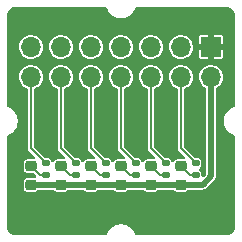
<source format=gbr>
%TF.GenerationSoftware,KiCad,Pcbnew,6.0.7+dfsg-1~bpo11+1*%
%TF.CreationDate,2022-10-07T09:30:16+00:00*%
%TF.ProjectId,0101-INDICATORS,30313031-2d49-44e4-9449-4341544f5253,rev?*%
%TF.SameCoordinates,Original*%
%TF.FileFunction,Copper,L1,Top*%
%TF.FilePolarity,Positive*%
%FSLAX46Y46*%
G04 Gerber Fmt 4.6, Leading zero omitted, Abs format (unit mm)*
G04 Created by KiCad (PCBNEW 6.0.7+dfsg-1~bpo11+1) date 2022-10-07 09:30:16*
%MOMM*%
%LPD*%
G01*
G04 APERTURE LIST*
G04 Aperture macros list*
%AMRoundRect*
0 Rectangle with rounded corners*
0 $1 Rounding radius*
0 $2 $3 $4 $5 $6 $7 $8 $9 X,Y pos of 4 corners*
0 Add a 4 corners polygon primitive as box body*
4,1,4,$2,$3,$4,$5,$6,$7,$8,$9,$2,$3,0*
0 Add four circle primitives for the rounded corners*
1,1,$1+$1,$2,$3*
1,1,$1+$1,$4,$5*
1,1,$1+$1,$6,$7*
1,1,$1+$1,$8,$9*
0 Add four rect primitives between the rounded corners*
20,1,$1+$1,$2,$3,$4,$5,0*
20,1,$1+$1,$4,$5,$6,$7,0*
20,1,$1+$1,$6,$7,$8,$9,0*
20,1,$1+$1,$8,$9,$2,$3,0*%
G04 Aperture macros list end*
%TA.AperFunction,SMDPad,CuDef*%
%ADD10RoundRect,0.135000X0.185000X-0.135000X0.185000X0.135000X-0.185000X0.135000X-0.185000X-0.135000X0*%
%TD*%
%TA.AperFunction,SMDPad,CuDef*%
%ADD11RoundRect,0.218750X-0.256250X0.218750X-0.256250X-0.218750X0.256250X-0.218750X0.256250X0.218750X0*%
%TD*%
%TA.AperFunction,ComponentPad*%
%ADD12R,1.700000X1.700000*%
%TD*%
%TA.AperFunction,ComponentPad*%
%ADD13O,1.700000X1.700000*%
%TD*%
%TA.AperFunction,ViaPad*%
%ADD14C,0.500000*%
%TD*%
%TA.AperFunction,Conductor*%
%ADD15C,0.200000*%
%TD*%
%TA.AperFunction,Conductor*%
%ADD16C,0.500000*%
%TD*%
G04 APERTURE END LIST*
D10*
%TO.P,R3,1*%
%TO.N,Net-(D3-Pad1)*%
X8530000Y5195000D03*
%TO.P,R3,2*%
%TO.N,/LED3*%
X8530000Y6215000D03*
%TD*%
%TO.P,R6,1*%
%TO.N,Net-(D6-Pad1)*%
X16150000Y5195000D03*
%TO.P,R6,2*%
%TO.N,/LED6*%
X16150000Y6215000D03*
%TD*%
%TO.P,R4,1*%
%TO.N,Net-(D4-Pad1)*%
X11070000Y5195000D03*
%TO.P,R4,2*%
%TO.N,/LED4*%
X11070000Y6215000D03*
%TD*%
D11*
%TO.P,D5,1,K*%
%TO.N,Net-(D5-Pad1)*%
X12340000Y5982500D03*
%TO.P,D5,2,A*%
%TO.N,VCC*%
X12340000Y4407500D03*
%TD*%
%TO.P,D3,1,K*%
%TO.N,Net-(D3-Pad1)*%
X7260000Y5982500D03*
%TO.P,D3,2,A*%
%TO.N,VCC*%
X7260000Y4407500D03*
%TD*%
D10*
%TO.P,R2,1*%
%TO.N,Net-(D2-Pad1)*%
X5990000Y5195000D03*
%TO.P,R2,2*%
%TO.N,/LED2*%
X5990000Y6215000D03*
%TD*%
%TO.P,R5,1*%
%TO.N,Net-(D5-Pad1)*%
X13610000Y5195000D03*
%TO.P,R5,2*%
%TO.N,/LED5*%
X13610000Y6215000D03*
%TD*%
%TO.P,R1,1*%
%TO.N,Net-(D1-Pad1)*%
X3450000Y5195000D03*
%TO.P,R1,2*%
%TO.N,/LED1*%
X3450000Y6215000D03*
%TD*%
D11*
%TO.P,D6,1,K*%
%TO.N,Net-(D6-Pad1)*%
X14880000Y5982500D03*
%TO.P,D6,2,A*%
%TO.N,VCC*%
X14880000Y4407500D03*
%TD*%
%TO.P,D2,1,K*%
%TO.N,Net-(D2-Pad1)*%
X4720000Y5982500D03*
%TO.P,D2,2,A*%
%TO.N,VCC*%
X4720000Y4407500D03*
%TD*%
D12*
%TO.P,J1,1,Pin_1*%
%TO.N,GND*%
X17425000Y16075000D03*
D13*
%TO.P,J1,2,Pin_2*%
%TO.N,VCC*%
X17425000Y13535000D03*
%TO.P,J1,3,Pin_3*%
%TO.N,/LED6*%
X14885000Y16075000D03*
%TO.P,J1,4,Pin_4*%
X14885000Y13535000D03*
%TO.P,J1,5,Pin_5*%
%TO.N,/LED5*%
X12345000Y16075000D03*
%TO.P,J1,6,Pin_6*%
X12345000Y13535000D03*
%TO.P,J1,7,Pin_7*%
%TO.N,/LED4*%
X9805000Y16075000D03*
%TO.P,J1,8,Pin_8*%
X9805000Y13535000D03*
%TO.P,J1,9,Pin_9*%
%TO.N,/LED3*%
X7265000Y16075000D03*
%TO.P,J1,10,Pin_10*%
X7265000Y13535000D03*
%TO.P,J1,11,Pin_11*%
%TO.N,/LED2*%
X4725000Y16075000D03*
%TO.P,J1,12,Pin_12*%
X4725000Y13535000D03*
%TO.P,J1,13,Pin_13*%
%TO.N,/LED1*%
X2185000Y16075000D03*
%TO.P,J1,14,Pin_14*%
X2185000Y13535000D03*
%TD*%
D11*
%TO.P,D1,1,K*%
%TO.N,Net-(D1-Pad1)*%
X2180000Y5982500D03*
%TO.P,D1,2,A*%
%TO.N,VCC*%
X2180000Y4407500D03*
%TD*%
%TO.P,D4,1,K*%
%TO.N,Net-(D4-Pad1)*%
X9800000Y5982500D03*
%TO.P,D4,2,A*%
%TO.N,VCC*%
X9800000Y4407500D03*
%TD*%
D14*
%TO.N,GND*%
X910000Y7735000D03*
X11070000Y7735000D03*
X8530000Y7735000D03*
X8530000Y9640000D03*
X3450000Y7735000D03*
X16150000Y7735000D03*
X13610000Y9640000D03*
X5990000Y9640000D03*
X5990000Y7735000D03*
X18690000Y7735000D03*
X11070000Y9640000D03*
X16150000Y9132000D03*
X13610000Y7735000D03*
X3450000Y9132000D03*
%TD*%
D15*
%TO.N,Net-(D1-Pad1)*%
X2967500Y5195000D02*
X2180000Y5982500D01*
X3450000Y5195000D02*
X2967500Y5195000D01*
D16*
%TO.N,VCC*%
X2180000Y4407500D02*
X16707500Y4407500D01*
X17425000Y5125000D02*
X17425000Y13535000D01*
X16707500Y4407500D02*
X17425000Y5125000D01*
D15*
%TO.N,Net-(D2-Pad1)*%
X5507500Y5195000D02*
X4720000Y5982500D01*
X5990000Y5195000D02*
X5507500Y5195000D01*
%TO.N,Net-(D3-Pad1)*%
X8530000Y5195000D02*
X8047500Y5195000D01*
X8047500Y5195000D02*
X7260000Y5982500D01*
%TO.N,Net-(D4-Pad1)*%
X10587500Y5195000D02*
X9800000Y5982500D01*
X11070000Y5195000D02*
X10587500Y5195000D01*
%TO.N,Net-(D5-Pad1)*%
X13610000Y5195000D02*
X13127500Y5195000D01*
X13127500Y5195000D02*
X12340000Y5982500D01*
%TO.N,Net-(D6-Pad1)*%
X16150000Y5195000D02*
X15667500Y5195000D01*
X15667500Y5195000D02*
X14880000Y5982500D01*
%TO.N,/LED1*%
X2185000Y13535000D02*
X2185000Y7480000D01*
X2185000Y7480000D02*
X3450000Y6215000D01*
%TO.N,/LED2*%
X4725000Y7480000D02*
X5990000Y6215000D01*
X4725000Y13535000D02*
X4725000Y7480000D01*
%TO.N,/LED3*%
X7265000Y7480000D02*
X8530000Y6215000D01*
X7265000Y13535000D02*
X7265000Y7480000D01*
%TO.N,/LED4*%
X9805000Y7480000D02*
X11070000Y6215000D01*
X9805000Y13535000D02*
X9805000Y7480000D01*
%TO.N,/LED5*%
X12345000Y7480000D02*
X13610000Y6215000D01*
X12345000Y13535000D02*
X12345000Y7480000D01*
%TO.N,/LED6*%
X14885000Y7480000D02*
X16150000Y6215000D01*
X14885000Y13535000D02*
X14885000Y7480000D01*
%TD*%
%TA.AperFunction,Conductor*%
%TO.N,GND*%
G36*
X8553332Y19429498D02*
G01*
X8599825Y19375842D01*
X8601115Y19372667D01*
X8601476Y19371320D01*
X8687324Y19181795D01*
X8690190Y19177505D01*
X8746090Y19093828D01*
X8802901Y19008786D01*
X8945119Y18856918D01*
X9110178Y18730247D01*
X9293668Y18632159D01*
X9298545Y18630503D01*
X9298548Y18630502D01*
X9485802Y18566931D01*
X9490686Y18565273D01*
X9695969Y18531377D01*
X9904031Y18531377D01*
X10109314Y18565273D01*
X10114198Y18566931D01*
X10301452Y18630502D01*
X10301455Y18630503D01*
X10306332Y18632159D01*
X10489822Y18730247D01*
X10654881Y18856918D01*
X10797099Y19008786D01*
X10853911Y19093828D01*
X10909810Y19177505D01*
X10912676Y19181795D01*
X10963341Y19293646D01*
X10998524Y19371320D01*
X10999686Y19370793D01*
X11037922Y19423337D01*
X11104100Y19449046D01*
X11114789Y19449500D01*
X18763598Y19449500D01*
X18771315Y19448484D01*
X18783978Y19448484D01*
X18800000Y19444191D01*
X18813583Y19447830D01*
X18816043Y19447692D01*
X18930420Y19434805D01*
X18957928Y19428526D01*
X19068407Y19389868D01*
X19093820Y19377631D01*
X19192943Y19315349D01*
X19214998Y19297759D01*
X19297759Y19214998D01*
X19315349Y19192943D01*
X19377631Y19093820D01*
X19389868Y19068407D01*
X19428526Y18957928D01*
X19434805Y18930420D01*
X19447692Y18816043D01*
X19447830Y18813583D01*
X19444191Y18800000D01*
X19448484Y18783978D01*
X19448484Y18771315D01*
X19449500Y18763598D01*
X19449500Y11114789D01*
X19429498Y11046668D01*
X19375842Y11000175D01*
X19372667Y10998885D01*
X19371320Y10998524D01*
X19181795Y10912676D01*
X19177505Y10909810D01*
X19013074Y10799964D01*
X19013070Y10799961D01*
X19008786Y10797099D01*
X18856918Y10654881D01*
X18730247Y10489822D01*
X18632159Y10306332D01*
X18630503Y10301455D01*
X18630502Y10301452D01*
X18566931Y10114198D01*
X18565273Y10109314D01*
X18531377Y9904031D01*
X18531377Y9695969D01*
X18565273Y9490686D01*
X18566931Y9485803D01*
X18566931Y9485802D01*
X18607160Y9367306D01*
X18632159Y9293668D01*
X18730247Y9110178D01*
X18856918Y8945119D01*
X19008786Y8802901D01*
X19013070Y8800039D01*
X19013074Y8800036D01*
X19084217Y8752510D01*
X19181795Y8687324D01*
X19186495Y8685195D01*
X19186497Y8685194D01*
X19371320Y8601476D01*
X19370793Y8600314D01*
X19423337Y8562078D01*
X19449046Y8495900D01*
X19449500Y8485211D01*
X19449500Y836402D01*
X19448484Y828685D01*
X19448484Y816022D01*
X19444191Y800000D01*
X19447830Y786417D01*
X19447692Y783957D01*
X19434805Y669580D01*
X19428526Y642072D01*
X19389868Y531593D01*
X19377631Y506180D01*
X19315349Y407057D01*
X19297759Y385002D01*
X19214998Y302241D01*
X19192943Y284651D01*
X19093820Y222369D01*
X19068407Y210132D01*
X18957928Y171474D01*
X18930420Y165195D01*
X18816043Y152308D01*
X18813583Y152170D01*
X18800000Y155809D01*
X18783978Y151516D01*
X18771315Y151516D01*
X18763598Y150500D01*
X11114789Y150500D01*
X11046668Y170502D01*
X11000175Y224158D01*
X10998885Y227333D01*
X10998524Y228680D01*
X10912676Y418205D01*
X10888477Y454429D01*
X10799964Y586926D01*
X10799961Y586930D01*
X10797099Y591214D01*
X10654881Y743082D01*
X10489822Y869753D01*
X10306332Y967841D01*
X10301455Y969497D01*
X10301452Y969498D01*
X10114198Y1033069D01*
X10114197Y1033069D01*
X10109314Y1034727D01*
X9904031Y1068623D01*
X9695969Y1068623D01*
X9490686Y1034727D01*
X9485803Y1033069D01*
X9485802Y1033069D01*
X9298548Y969498D01*
X9298545Y969497D01*
X9293668Y967841D01*
X9110178Y869753D01*
X8945119Y743082D01*
X8802901Y591214D01*
X8800039Y586930D01*
X8800036Y586926D01*
X8711523Y454429D01*
X8687324Y418205D01*
X8685195Y413505D01*
X8685194Y413503D01*
X8634796Y302241D01*
X8601476Y228680D01*
X8600314Y229207D01*
X8562078Y176663D01*
X8495900Y150954D01*
X8485211Y150500D01*
X836402Y150500D01*
X828685Y151516D01*
X816022Y151516D01*
X800000Y155809D01*
X786417Y152170D01*
X783957Y152308D01*
X669580Y165195D01*
X642072Y171474D01*
X531593Y210132D01*
X506180Y222369D01*
X407057Y284651D01*
X385002Y302241D01*
X302241Y385002D01*
X284651Y407057D01*
X222369Y506180D01*
X210132Y531593D01*
X171474Y642072D01*
X165195Y669580D01*
X152308Y783957D01*
X152170Y786417D01*
X155809Y800000D01*
X151516Y816022D01*
X151516Y828685D01*
X150500Y836402D01*
X150500Y8485211D01*
X170502Y8553332D01*
X224158Y8599825D01*
X227333Y8601115D01*
X228680Y8601476D01*
X418205Y8687324D01*
X515783Y8752510D01*
X586926Y8800036D01*
X586930Y8800039D01*
X591214Y8802901D01*
X743082Y8945119D01*
X869753Y9110178D01*
X967841Y9293668D01*
X992841Y9367306D01*
X1033069Y9485802D01*
X1033069Y9485803D01*
X1034727Y9490686D01*
X1068623Y9695969D01*
X1068623Y9904031D01*
X1034727Y10109314D01*
X1033069Y10114198D01*
X969498Y10301452D01*
X969497Y10301455D01*
X967841Y10306332D01*
X869753Y10489822D01*
X743082Y10654881D01*
X591214Y10797099D01*
X586930Y10799961D01*
X586926Y10799964D01*
X422495Y10909810D01*
X418205Y10912676D01*
X384660Y10927871D01*
X228680Y10998524D01*
X229207Y10999686D01*
X176663Y11037922D01*
X150954Y11104100D01*
X150500Y11114789D01*
X150500Y13549037D01*
X1179757Y13549037D01*
X1196175Y13353517D01*
X1250258Y13164909D01*
X1253076Y13159426D01*
X1337123Y12995887D01*
X1337126Y12995883D01*
X1339944Y12990399D01*
X1461818Y12836631D01*
X1611238Y12709465D01*
X1616616Y12706459D01*
X1616618Y12706458D01*
X1652932Y12686163D01*
X1782513Y12613743D01*
X1847438Y12592647D01*
X1906042Y12552574D01*
X1933679Y12487178D01*
X1934500Y12472815D01*
X1934500Y7517085D01*
X1932079Y7492504D01*
X1929592Y7480000D01*
X1949034Y7382259D01*
X1968943Y7352464D01*
X2004399Y7299399D01*
X2014714Y7292507D01*
X2014716Y7292505D01*
X2015005Y7292312D01*
X2034098Y7276642D01*
X2525145Y6785595D01*
X2559171Y6723283D01*
X2554106Y6652468D01*
X2511559Y6595632D01*
X2445039Y6570821D01*
X2436050Y6570500D01*
X1956176Y6570499D01*
X1888750Y6570499D01*
X1862290Y6566604D01*
X1825862Y6561243D01*
X1825861Y6561243D01*
X1816175Y6559817D01*
X1807387Y6555502D01*
X1807386Y6555502D01*
X1759994Y6532233D01*
X1705829Y6505639D01*
X1698476Y6498273D01*
X1698473Y6498271D01*
X1626337Y6426009D01*
X1618981Y6418640D01*
X1604340Y6388688D01*
X1575110Y6328889D01*
X1564996Y6308199D01*
X1554500Y6236251D01*
X1554501Y5728750D01*
X1565183Y5656175D01*
X1569498Y5647387D01*
X1569498Y5647386D01*
X1575284Y5635601D01*
X1619361Y5545829D01*
X1626727Y5538476D01*
X1626729Y5538473D01*
X1698991Y5466337D01*
X1706360Y5458981D01*
X1816801Y5404996D01*
X1826476Y5403585D01*
X1826478Y5403584D01*
X1884222Y5395160D01*
X1884228Y5395160D01*
X1888749Y5394500D01*
X1931044Y5394500D01*
X2361549Y5394501D01*
X2429670Y5374499D01*
X2450644Y5357596D01*
X2602454Y5205786D01*
X2636480Y5143474D01*
X2631415Y5072659D01*
X2588868Y5015823D01*
X2522348Y4991012D01*
X2495175Y4992010D01*
X2471251Y4995500D01*
X2181111Y4995500D01*
X1888750Y4995499D01*
X1873015Y4993183D01*
X1825862Y4986243D01*
X1825861Y4986243D01*
X1816175Y4984817D01*
X1807387Y4980502D01*
X1807386Y4980502D01*
X1804211Y4978943D01*
X1705829Y4930639D01*
X1698476Y4923273D01*
X1698473Y4923271D01*
X1626337Y4851009D01*
X1618981Y4843640D01*
X1564996Y4733199D01*
X1554500Y4661251D01*
X1554501Y4153750D01*
X1555172Y4149192D01*
X1562116Y4102016D01*
X1565183Y4081175D01*
X1619361Y3970829D01*
X1626727Y3963476D01*
X1626729Y3963473D01*
X1698991Y3891337D01*
X1706360Y3883981D01*
X1772584Y3851610D01*
X1807591Y3834498D01*
X1816801Y3829996D01*
X1826476Y3828585D01*
X1826478Y3828584D01*
X1884222Y3820160D01*
X1884228Y3820160D01*
X1888749Y3819500D01*
X2178889Y3819500D01*
X2471250Y3819501D01*
X2497710Y3823396D01*
X2534138Y3828757D01*
X2534139Y3828757D01*
X2543825Y3830183D01*
X2552613Y3834498D01*
X2552614Y3834498D01*
X2644826Y3879773D01*
X2654171Y3884361D01*
X2661524Y3891727D01*
X2661527Y3891729D01*
X2716654Y3946953D01*
X2739680Y3970018D01*
X2801962Y4004097D01*
X2828852Y4007000D01*
X4071000Y4007000D01*
X4139121Y3986998D01*
X4160018Y3970173D01*
X4238599Y3891729D01*
X4246360Y3883981D01*
X4312584Y3851610D01*
X4347591Y3834498D01*
X4356801Y3829996D01*
X4366476Y3828585D01*
X4366478Y3828584D01*
X4424222Y3820160D01*
X4424228Y3820160D01*
X4428749Y3819500D01*
X4718889Y3819500D01*
X5011250Y3819501D01*
X5037710Y3823396D01*
X5074138Y3828757D01*
X5074139Y3828757D01*
X5083825Y3830183D01*
X5092613Y3834498D01*
X5092614Y3834498D01*
X5184826Y3879773D01*
X5194171Y3884361D01*
X5201524Y3891727D01*
X5201527Y3891729D01*
X5256654Y3946953D01*
X5279680Y3970018D01*
X5341962Y4004097D01*
X5368852Y4007000D01*
X6611000Y4007000D01*
X6679121Y3986998D01*
X6700018Y3970173D01*
X6778599Y3891729D01*
X6786360Y3883981D01*
X6852584Y3851610D01*
X6887591Y3834498D01*
X6896801Y3829996D01*
X6906476Y3828585D01*
X6906478Y3828584D01*
X6964222Y3820160D01*
X6964228Y3820160D01*
X6968749Y3819500D01*
X7258889Y3819500D01*
X7551250Y3819501D01*
X7577710Y3823396D01*
X7614138Y3828757D01*
X7614139Y3828757D01*
X7623825Y3830183D01*
X7632613Y3834498D01*
X7632614Y3834498D01*
X7724826Y3879773D01*
X7734171Y3884361D01*
X7741524Y3891727D01*
X7741527Y3891729D01*
X7796654Y3946953D01*
X7819680Y3970018D01*
X7881962Y4004097D01*
X7908852Y4007000D01*
X9151000Y4007000D01*
X9219121Y3986998D01*
X9240018Y3970173D01*
X9318599Y3891729D01*
X9326360Y3883981D01*
X9392584Y3851610D01*
X9427591Y3834498D01*
X9436801Y3829996D01*
X9446476Y3828585D01*
X9446478Y3828584D01*
X9504222Y3820160D01*
X9504228Y3820160D01*
X9508749Y3819500D01*
X9798889Y3819500D01*
X10091250Y3819501D01*
X10117710Y3823396D01*
X10154138Y3828757D01*
X10154139Y3828757D01*
X10163825Y3830183D01*
X10172613Y3834498D01*
X10172614Y3834498D01*
X10264826Y3879773D01*
X10274171Y3884361D01*
X10281524Y3891727D01*
X10281527Y3891729D01*
X10336654Y3946953D01*
X10359680Y3970018D01*
X10421962Y4004097D01*
X10448852Y4007000D01*
X11691000Y4007000D01*
X11759121Y3986998D01*
X11780018Y3970173D01*
X11858599Y3891729D01*
X11866360Y3883981D01*
X11932584Y3851610D01*
X11967591Y3834498D01*
X11976801Y3829996D01*
X11986476Y3828585D01*
X11986478Y3828584D01*
X12044222Y3820160D01*
X12044228Y3820160D01*
X12048749Y3819500D01*
X12338889Y3819500D01*
X12631250Y3819501D01*
X12657710Y3823396D01*
X12694138Y3828757D01*
X12694139Y3828757D01*
X12703825Y3830183D01*
X12712613Y3834498D01*
X12712614Y3834498D01*
X12804826Y3879773D01*
X12814171Y3884361D01*
X12821524Y3891727D01*
X12821527Y3891729D01*
X12876654Y3946953D01*
X12899680Y3970018D01*
X12961962Y4004097D01*
X12988852Y4007000D01*
X14231000Y4007000D01*
X14299121Y3986998D01*
X14320018Y3970173D01*
X14398599Y3891729D01*
X14406360Y3883981D01*
X14472584Y3851610D01*
X14507591Y3834498D01*
X14516801Y3829996D01*
X14526476Y3828585D01*
X14526478Y3828584D01*
X14584222Y3820160D01*
X14584228Y3820160D01*
X14588749Y3819500D01*
X14878889Y3819500D01*
X15171250Y3819501D01*
X15197710Y3823396D01*
X15234138Y3828757D01*
X15234139Y3828757D01*
X15243825Y3830183D01*
X15252613Y3834498D01*
X15252614Y3834498D01*
X15344826Y3879773D01*
X15354171Y3884361D01*
X15361524Y3891727D01*
X15361527Y3891729D01*
X15416654Y3946953D01*
X15439680Y3970018D01*
X15501962Y4004097D01*
X15528852Y4007000D01*
X16770933Y4007000D01*
X16780364Y4010064D01*
X16780368Y4010065D01*
X16791853Y4013797D01*
X16811078Y4018413D01*
X16823012Y4020303D01*
X16823013Y4020303D01*
X16832804Y4021854D01*
X16841637Y4026355D01*
X16841641Y4026356D01*
X16852406Y4031841D01*
X16870666Y4039405D01*
X16891590Y4046204D01*
X16909393Y4059139D01*
X16926245Y4069465D01*
X16937002Y4074946D01*
X16945842Y4079450D01*
X16968395Y4102003D01*
X16968410Y4102017D01*
X17730483Y4864091D01*
X17753050Y4886658D01*
X17757763Y4895908D01*
X17763038Y4906259D01*
X17773368Y4923116D01*
X17775403Y4925918D01*
X17786296Y4940910D01*
X17793094Y4961832D01*
X17800658Y4980093D01*
X17806145Y4990861D01*
X17806146Y4990865D01*
X17810646Y4999696D01*
X17812197Y5009485D01*
X17812199Y5009493D01*
X17814089Y5021427D01*
X17818703Y5040647D01*
X17822435Y5052133D01*
X17822436Y5052140D01*
X17825499Y5061567D01*
X17825499Y5093475D01*
X17825500Y5093481D01*
X17825500Y12538843D01*
X17845502Y12606964D01*
X17894688Y12651308D01*
X17963689Y12686163D01*
X18118303Y12806960D01*
X18148084Y12841461D01*
X18242485Y12950827D01*
X18242485Y12950828D01*
X18246509Y12955489D01*
X18343425Y13126091D01*
X18405358Y13312268D01*
X18429949Y13506929D01*
X18430341Y13535000D01*
X18411194Y13730272D01*
X18409413Y13736171D01*
X18409412Y13736176D01*
X18356265Y13912207D01*
X18354484Y13918106D01*
X18262370Y14091347D01*
X18138361Y14243398D01*
X17987180Y14368465D01*
X17814585Y14461787D01*
X17720868Y14490797D01*
X17633039Y14517985D01*
X17633036Y14517986D01*
X17627152Y14519807D01*
X17621027Y14520451D01*
X17621026Y14520451D01*
X17438147Y14539673D01*
X17438146Y14539673D01*
X17432019Y14540317D01*
X17309383Y14529156D01*
X17242759Y14523093D01*
X17242758Y14523093D01*
X17236618Y14522534D01*
X17230704Y14520793D01*
X17230702Y14520793D01*
X17101734Y14482835D01*
X17048393Y14467136D01*
X17042928Y14464279D01*
X16879972Y14379088D01*
X16879968Y14379085D01*
X16874512Y14376233D01*
X16869712Y14372373D01*
X16869711Y14372373D01*
X16835326Y14344727D01*
X16721600Y14253289D01*
X16595480Y14102984D01*
X16592516Y14097592D01*
X16592513Y14097588D01*
X16513813Y13954433D01*
X16500956Y13931046D01*
X16441628Y13744022D01*
X16419757Y13549037D01*
X16436175Y13353517D01*
X16490258Y13164909D01*
X16493076Y13159426D01*
X16577123Y12995887D01*
X16577126Y12995883D01*
X16579944Y12990399D01*
X16701818Y12836631D01*
X16851238Y12709465D01*
X16856616Y12706459D01*
X16856618Y12706458D01*
X16959970Y12648697D01*
X17009676Y12598004D01*
X17024500Y12538709D01*
X17024500Y5343083D01*
X17004498Y5274962D01*
X16987595Y5253988D01*
X16835595Y5101988D01*
X16773283Y5067962D01*
X16702468Y5073027D01*
X16645632Y5115574D01*
X16620821Y5182094D01*
X16620500Y5191082D01*
X16620499Y5368687D01*
X16620499Y5372414D01*
X16617538Y5397310D01*
X16574363Y5494510D01*
X16536765Y5532043D01*
X16507324Y5561433D01*
X16507322Y5561434D01*
X16499092Y5569650D01*
X16453596Y5589763D01*
X16399381Y5635601D01*
X16378554Y5703474D01*
X16397728Y5771833D01*
X16453397Y5820154D01*
X16488877Y5835914D01*
X16499510Y5840637D01*
X16537043Y5878235D01*
X16566433Y5907676D01*
X16566434Y5907678D01*
X16574650Y5915908D01*
X16593473Y5958484D01*
X16613823Y6004514D01*
X16613824Y6004517D01*
X16617655Y6013183D01*
X16620500Y6037585D01*
X16620499Y6392414D01*
X16617538Y6417310D01*
X16574363Y6514510D01*
X16518949Y6569828D01*
X16507324Y6581433D01*
X16507322Y6581434D01*
X16499092Y6589650D01*
X16485561Y6595632D01*
X16410486Y6628823D01*
X16410483Y6628824D01*
X16401817Y6632655D01*
X16392406Y6633752D01*
X16392403Y6633753D01*
X16387138Y6634366D01*
X16377415Y6635500D01*
X16358157Y6635500D01*
X16135951Y6635499D01*
X16067831Y6655501D01*
X16046856Y6672404D01*
X15172405Y7546855D01*
X15138379Y7609167D01*
X15135500Y7635950D01*
X15135500Y12470492D01*
X15155502Y12538613D01*
X15209158Y12585106D01*
X15227612Y12591849D01*
X15248556Y12597697D01*
X15423689Y12686163D01*
X15453515Y12709465D01*
X15573453Y12803171D01*
X15578303Y12806960D01*
X15608084Y12841461D01*
X15702485Y12950827D01*
X15702485Y12950828D01*
X15706509Y12955489D01*
X15803425Y13126091D01*
X15865358Y13312268D01*
X15889949Y13506929D01*
X15890341Y13535000D01*
X15871194Y13730272D01*
X15869413Y13736171D01*
X15869412Y13736176D01*
X15816265Y13912207D01*
X15814484Y13918106D01*
X15722370Y14091347D01*
X15598361Y14243398D01*
X15447180Y14368465D01*
X15274585Y14461787D01*
X15180868Y14490797D01*
X15093039Y14517985D01*
X15093036Y14517986D01*
X15087152Y14519807D01*
X15081027Y14520451D01*
X15081026Y14520451D01*
X14898147Y14539673D01*
X14898146Y14539673D01*
X14892019Y14540317D01*
X14769383Y14529156D01*
X14702759Y14523093D01*
X14702758Y14523093D01*
X14696618Y14522534D01*
X14690704Y14520793D01*
X14690702Y14520793D01*
X14561734Y14482835D01*
X14508393Y14467136D01*
X14502928Y14464279D01*
X14339972Y14379088D01*
X14339968Y14379085D01*
X14334512Y14376233D01*
X14329712Y14372373D01*
X14329711Y14372373D01*
X14295326Y14344727D01*
X14181600Y14253289D01*
X14055480Y14102984D01*
X14052516Y14097592D01*
X14052513Y14097588D01*
X13973813Y13954433D01*
X13960956Y13931046D01*
X13901628Y13744022D01*
X13879757Y13549037D01*
X13896175Y13353517D01*
X13950258Y13164909D01*
X13953076Y13159426D01*
X14037123Y12995887D01*
X14037126Y12995883D01*
X14039944Y12990399D01*
X14161818Y12836631D01*
X14311238Y12709465D01*
X14316616Y12706459D01*
X14316618Y12706458D01*
X14352932Y12686163D01*
X14482513Y12613743D01*
X14547438Y12592647D01*
X14606042Y12552574D01*
X14633679Y12487178D01*
X14634500Y12472815D01*
X14634500Y7517085D01*
X14632079Y7492504D01*
X14629592Y7480000D01*
X14649034Y7382259D01*
X14668943Y7352464D01*
X14704399Y7299399D01*
X14714714Y7292507D01*
X14714716Y7292505D01*
X14715005Y7292312D01*
X14734098Y7276642D01*
X15225145Y6785595D01*
X15259171Y6723283D01*
X15254106Y6652468D01*
X15211559Y6595632D01*
X15145039Y6570821D01*
X15136050Y6570500D01*
X14656176Y6570499D01*
X14588750Y6570499D01*
X14562290Y6566604D01*
X14525862Y6561243D01*
X14525861Y6561243D01*
X14516175Y6559817D01*
X14507387Y6555502D01*
X14507386Y6555502D01*
X14459994Y6532233D01*
X14405829Y6505639D01*
X14398476Y6498273D01*
X14398473Y6498271D01*
X14326337Y6426009D01*
X14318981Y6418640D01*
X14314408Y6409286D01*
X14314408Y6409285D01*
X14309629Y6399509D01*
X14261742Y6347094D01*
X14193119Y6328889D01*
X14125547Y6350674D01*
X14080481Y6405532D01*
X14078139Y6412256D01*
X14077538Y6417310D01*
X14034363Y6514510D01*
X13978949Y6569828D01*
X13967324Y6581433D01*
X13967322Y6581434D01*
X13959092Y6589650D01*
X13945561Y6595632D01*
X13870486Y6628823D01*
X13870483Y6628824D01*
X13861817Y6632655D01*
X13852406Y6633752D01*
X13852403Y6633753D01*
X13847138Y6634366D01*
X13837415Y6635500D01*
X13818157Y6635500D01*
X13595951Y6635499D01*
X13527831Y6655501D01*
X13506856Y6672404D01*
X12632405Y7546855D01*
X12598379Y7609167D01*
X12595500Y7635950D01*
X12595500Y12470492D01*
X12615502Y12538613D01*
X12669158Y12585106D01*
X12687612Y12591849D01*
X12708556Y12597697D01*
X12883689Y12686163D01*
X12913515Y12709465D01*
X13033453Y12803171D01*
X13038303Y12806960D01*
X13068084Y12841461D01*
X13162485Y12950827D01*
X13162485Y12950828D01*
X13166509Y12955489D01*
X13263425Y13126091D01*
X13325358Y13312268D01*
X13349949Y13506929D01*
X13350341Y13535000D01*
X13331194Y13730272D01*
X13329413Y13736171D01*
X13329412Y13736176D01*
X13276265Y13912207D01*
X13274484Y13918106D01*
X13182370Y14091347D01*
X13058361Y14243398D01*
X12907180Y14368465D01*
X12734585Y14461787D01*
X12640868Y14490797D01*
X12553039Y14517985D01*
X12553036Y14517986D01*
X12547152Y14519807D01*
X12541027Y14520451D01*
X12541026Y14520451D01*
X12358147Y14539673D01*
X12358146Y14539673D01*
X12352019Y14540317D01*
X12229383Y14529156D01*
X12162759Y14523093D01*
X12162758Y14523093D01*
X12156618Y14522534D01*
X12150704Y14520793D01*
X12150702Y14520793D01*
X12021734Y14482835D01*
X11968393Y14467136D01*
X11962928Y14464279D01*
X11799972Y14379088D01*
X11799968Y14379085D01*
X11794512Y14376233D01*
X11789712Y14372373D01*
X11789711Y14372373D01*
X11755326Y14344727D01*
X11641600Y14253289D01*
X11515480Y14102984D01*
X11512516Y14097592D01*
X11512513Y14097588D01*
X11433813Y13954433D01*
X11420956Y13931046D01*
X11361628Y13744022D01*
X11339757Y13549037D01*
X11356175Y13353517D01*
X11410258Y13164909D01*
X11413076Y13159426D01*
X11497123Y12995887D01*
X11497126Y12995883D01*
X11499944Y12990399D01*
X11621818Y12836631D01*
X11771238Y12709465D01*
X11776616Y12706459D01*
X11776618Y12706458D01*
X11812932Y12686163D01*
X11942513Y12613743D01*
X12007438Y12592647D01*
X12066042Y12552574D01*
X12093679Y12487178D01*
X12094500Y12472815D01*
X12094500Y7517085D01*
X12092079Y7492504D01*
X12089592Y7480000D01*
X12109034Y7382259D01*
X12128943Y7352464D01*
X12164399Y7299399D01*
X12174714Y7292507D01*
X12174716Y7292505D01*
X12175005Y7292312D01*
X12194098Y7276642D01*
X12685145Y6785595D01*
X12719171Y6723283D01*
X12714106Y6652468D01*
X12671559Y6595632D01*
X12605039Y6570821D01*
X12596050Y6570500D01*
X12116176Y6570499D01*
X12048750Y6570499D01*
X12022290Y6566604D01*
X11985862Y6561243D01*
X11985861Y6561243D01*
X11976175Y6559817D01*
X11967387Y6555502D01*
X11967386Y6555502D01*
X11919994Y6532233D01*
X11865829Y6505639D01*
X11858476Y6498273D01*
X11858473Y6498271D01*
X11786337Y6426009D01*
X11778981Y6418640D01*
X11774408Y6409286D01*
X11774408Y6409285D01*
X11769629Y6399509D01*
X11721742Y6347094D01*
X11653119Y6328889D01*
X11585547Y6350674D01*
X11540481Y6405532D01*
X11538139Y6412256D01*
X11537538Y6417310D01*
X11494363Y6514510D01*
X11438949Y6569828D01*
X11427324Y6581433D01*
X11427322Y6581434D01*
X11419092Y6589650D01*
X11405561Y6595632D01*
X11330486Y6628823D01*
X11330483Y6628824D01*
X11321817Y6632655D01*
X11312406Y6633752D01*
X11312403Y6633753D01*
X11307138Y6634366D01*
X11297415Y6635500D01*
X11278157Y6635500D01*
X11055951Y6635499D01*
X10987831Y6655501D01*
X10966856Y6672404D01*
X10092405Y7546855D01*
X10058379Y7609167D01*
X10055500Y7635950D01*
X10055500Y12470492D01*
X10075502Y12538613D01*
X10129158Y12585106D01*
X10147612Y12591849D01*
X10168556Y12597697D01*
X10343689Y12686163D01*
X10373515Y12709465D01*
X10493453Y12803171D01*
X10498303Y12806960D01*
X10528084Y12841461D01*
X10622485Y12950827D01*
X10622485Y12950828D01*
X10626509Y12955489D01*
X10723425Y13126091D01*
X10785358Y13312268D01*
X10809949Y13506929D01*
X10810341Y13535000D01*
X10791194Y13730272D01*
X10789413Y13736171D01*
X10789412Y13736176D01*
X10736265Y13912207D01*
X10734484Y13918106D01*
X10642370Y14091347D01*
X10518361Y14243398D01*
X10367180Y14368465D01*
X10194585Y14461787D01*
X10100868Y14490797D01*
X10013039Y14517985D01*
X10013036Y14517986D01*
X10007152Y14519807D01*
X10001027Y14520451D01*
X10001026Y14520451D01*
X9818147Y14539673D01*
X9818146Y14539673D01*
X9812019Y14540317D01*
X9689383Y14529156D01*
X9622759Y14523093D01*
X9622758Y14523093D01*
X9616618Y14522534D01*
X9610704Y14520793D01*
X9610702Y14520793D01*
X9481734Y14482835D01*
X9428393Y14467136D01*
X9422928Y14464279D01*
X9259972Y14379088D01*
X9259968Y14379085D01*
X9254512Y14376233D01*
X9249712Y14372373D01*
X9249711Y14372373D01*
X9215326Y14344727D01*
X9101600Y14253289D01*
X8975480Y14102984D01*
X8972516Y14097592D01*
X8972513Y14097588D01*
X8893813Y13954433D01*
X8880956Y13931046D01*
X8821628Y13744022D01*
X8799757Y13549037D01*
X8816175Y13353517D01*
X8870258Y13164909D01*
X8873076Y13159426D01*
X8957123Y12995887D01*
X8957126Y12995883D01*
X8959944Y12990399D01*
X9081818Y12836631D01*
X9231238Y12709465D01*
X9236616Y12706459D01*
X9236618Y12706458D01*
X9272932Y12686163D01*
X9402513Y12613743D01*
X9467438Y12592647D01*
X9526042Y12552574D01*
X9553679Y12487178D01*
X9554500Y12472815D01*
X9554500Y7517085D01*
X9552079Y7492504D01*
X9549592Y7480000D01*
X9569034Y7382259D01*
X9588943Y7352464D01*
X9624399Y7299399D01*
X9634714Y7292507D01*
X9634716Y7292505D01*
X9635005Y7292312D01*
X9654098Y7276642D01*
X10145145Y6785595D01*
X10179171Y6723283D01*
X10174106Y6652468D01*
X10131559Y6595632D01*
X10065039Y6570821D01*
X10056050Y6570500D01*
X9576176Y6570499D01*
X9508750Y6570499D01*
X9482290Y6566604D01*
X9445862Y6561243D01*
X9445861Y6561243D01*
X9436175Y6559817D01*
X9427387Y6555502D01*
X9427386Y6555502D01*
X9379994Y6532233D01*
X9325829Y6505639D01*
X9318476Y6498273D01*
X9318473Y6498271D01*
X9246337Y6426009D01*
X9238981Y6418640D01*
X9234408Y6409286D01*
X9234408Y6409285D01*
X9229629Y6399509D01*
X9181742Y6347094D01*
X9113119Y6328889D01*
X9045547Y6350674D01*
X9000481Y6405532D01*
X8998139Y6412256D01*
X8997538Y6417310D01*
X8954363Y6514510D01*
X8898949Y6569828D01*
X8887324Y6581433D01*
X8887322Y6581434D01*
X8879092Y6589650D01*
X8865561Y6595632D01*
X8790486Y6628823D01*
X8790483Y6628824D01*
X8781817Y6632655D01*
X8772406Y6633752D01*
X8772403Y6633753D01*
X8767138Y6634366D01*
X8757415Y6635500D01*
X8738157Y6635500D01*
X8515951Y6635499D01*
X8447831Y6655501D01*
X8426856Y6672404D01*
X7552405Y7546855D01*
X7518379Y7609167D01*
X7515500Y7635950D01*
X7515500Y12470492D01*
X7535502Y12538613D01*
X7589158Y12585106D01*
X7607612Y12591849D01*
X7628556Y12597697D01*
X7803689Y12686163D01*
X7833515Y12709465D01*
X7953453Y12803171D01*
X7958303Y12806960D01*
X7988084Y12841461D01*
X8082485Y12950827D01*
X8082485Y12950828D01*
X8086509Y12955489D01*
X8183425Y13126091D01*
X8245358Y13312268D01*
X8269949Y13506929D01*
X8270341Y13535000D01*
X8251194Y13730272D01*
X8249413Y13736171D01*
X8249412Y13736176D01*
X8196265Y13912207D01*
X8194484Y13918106D01*
X8102370Y14091347D01*
X7978361Y14243398D01*
X7827180Y14368465D01*
X7654585Y14461787D01*
X7560868Y14490797D01*
X7473039Y14517985D01*
X7473036Y14517986D01*
X7467152Y14519807D01*
X7461027Y14520451D01*
X7461026Y14520451D01*
X7278147Y14539673D01*
X7278146Y14539673D01*
X7272019Y14540317D01*
X7149383Y14529156D01*
X7082759Y14523093D01*
X7082758Y14523093D01*
X7076618Y14522534D01*
X7070704Y14520793D01*
X7070702Y14520793D01*
X6941734Y14482835D01*
X6888393Y14467136D01*
X6882928Y14464279D01*
X6719972Y14379088D01*
X6719968Y14379085D01*
X6714512Y14376233D01*
X6709712Y14372373D01*
X6709711Y14372373D01*
X6675326Y14344727D01*
X6561600Y14253289D01*
X6435480Y14102984D01*
X6432516Y14097592D01*
X6432513Y14097588D01*
X6353813Y13954433D01*
X6340956Y13931046D01*
X6281628Y13744022D01*
X6259757Y13549037D01*
X6276175Y13353517D01*
X6330258Y13164909D01*
X6333076Y13159426D01*
X6417123Y12995887D01*
X6417126Y12995883D01*
X6419944Y12990399D01*
X6541818Y12836631D01*
X6691238Y12709465D01*
X6696616Y12706459D01*
X6696618Y12706458D01*
X6732932Y12686163D01*
X6862513Y12613743D01*
X6927438Y12592647D01*
X6986042Y12552574D01*
X7013679Y12487178D01*
X7014500Y12472815D01*
X7014500Y7517085D01*
X7012079Y7492504D01*
X7009592Y7480000D01*
X7029034Y7382259D01*
X7048943Y7352464D01*
X7084399Y7299399D01*
X7094714Y7292507D01*
X7094716Y7292505D01*
X7095005Y7292312D01*
X7114098Y7276642D01*
X7605145Y6785595D01*
X7639171Y6723283D01*
X7634106Y6652468D01*
X7591559Y6595632D01*
X7525039Y6570821D01*
X7516050Y6570500D01*
X7036176Y6570499D01*
X6968750Y6570499D01*
X6942290Y6566604D01*
X6905862Y6561243D01*
X6905861Y6561243D01*
X6896175Y6559817D01*
X6887387Y6555502D01*
X6887386Y6555502D01*
X6839994Y6532233D01*
X6785829Y6505639D01*
X6778476Y6498273D01*
X6778473Y6498271D01*
X6706337Y6426009D01*
X6698981Y6418640D01*
X6694408Y6409286D01*
X6694408Y6409285D01*
X6689629Y6399509D01*
X6641742Y6347094D01*
X6573119Y6328889D01*
X6505547Y6350674D01*
X6460481Y6405532D01*
X6458139Y6412256D01*
X6457538Y6417310D01*
X6414363Y6514510D01*
X6358949Y6569828D01*
X6347324Y6581433D01*
X6347322Y6581434D01*
X6339092Y6589650D01*
X6325561Y6595632D01*
X6250486Y6628823D01*
X6250483Y6628824D01*
X6241817Y6632655D01*
X6232406Y6633752D01*
X6232403Y6633753D01*
X6227138Y6634366D01*
X6217415Y6635500D01*
X6198157Y6635500D01*
X5975951Y6635499D01*
X5907831Y6655501D01*
X5886856Y6672404D01*
X5012405Y7546855D01*
X4978379Y7609167D01*
X4975500Y7635950D01*
X4975500Y12470492D01*
X4995502Y12538613D01*
X5049158Y12585106D01*
X5067612Y12591849D01*
X5088556Y12597697D01*
X5263689Y12686163D01*
X5293515Y12709465D01*
X5413453Y12803171D01*
X5418303Y12806960D01*
X5448084Y12841461D01*
X5542485Y12950827D01*
X5542485Y12950828D01*
X5546509Y12955489D01*
X5643425Y13126091D01*
X5705358Y13312268D01*
X5729949Y13506929D01*
X5730341Y13535000D01*
X5711194Y13730272D01*
X5709413Y13736171D01*
X5709412Y13736176D01*
X5656265Y13912207D01*
X5654484Y13918106D01*
X5562370Y14091347D01*
X5438361Y14243398D01*
X5287180Y14368465D01*
X5114585Y14461787D01*
X5020868Y14490797D01*
X4933039Y14517985D01*
X4933036Y14517986D01*
X4927152Y14519807D01*
X4921027Y14520451D01*
X4921026Y14520451D01*
X4738147Y14539673D01*
X4738146Y14539673D01*
X4732019Y14540317D01*
X4609383Y14529156D01*
X4542759Y14523093D01*
X4542758Y14523093D01*
X4536618Y14522534D01*
X4530704Y14520793D01*
X4530702Y14520793D01*
X4401734Y14482835D01*
X4348393Y14467136D01*
X4342928Y14464279D01*
X4179972Y14379088D01*
X4179968Y14379085D01*
X4174512Y14376233D01*
X4169712Y14372373D01*
X4169711Y14372373D01*
X4135326Y14344727D01*
X4021600Y14253289D01*
X3895480Y14102984D01*
X3892516Y14097592D01*
X3892513Y14097588D01*
X3813813Y13954433D01*
X3800956Y13931046D01*
X3741628Y13744022D01*
X3719757Y13549037D01*
X3736175Y13353517D01*
X3790258Y13164909D01*
X3793076Y13159426D01*
X3877123Y12995887D01*
X3877126Y12995883D01*
X3879944Y12990399D01*
X4001818Y12836631D01*
X4151238Y12709465D01*
X4156616Y12706459D01*
X4156618Y12706458D01*
X4192932Y12686163D01*
X4322513Y12613743D01*
X4387438Y12592647D01*
X4446042Y12552574D01*
X4473679Y12487178D01*
X4474500Y12472815D01*
X4474500Y7517085D01*
X4472079Y7492504D01*
X4469592Y7480000D01*
X4489034Y7382259D01*
X4508943Y7352464D01*
X4544399Y7299399D01*
X4554714Y7292507D01*
X4554716Y7292505D01*
X4555005Y7292312D01*
X4574098Y7276642D01*
X5065145Y6785595D01*
X5099171Y6723283D01*
X5094106Y6652468D01*
X5051559Y6595632D01*
X4985039Y6570821D01*
X4976050Y6570500D01*
X4496176Y6570499D01*
X4428750Y6570499D01*
X4402290Y6566604D01*
X4365862Y6561243D01*
X4365861Y6561243D01*
X4356175Y6559817D01*
X4347387Y6555502D01*
X4347386Y6555502D01*
X4299994Y6532233D01*
X4245829Y6505639D01*
X4238476Y6498273D01*
X4238473Y6498271D01*
X4166337Y6426009D01*
X4158981Y6418640D01*
X4154408Y6409286D01*
X4154408Y6409285D01*
X4149629Y6399509D01*
X4101742Y6347094D01*
X4033119Y6328889D01*
X3965547Y6350674D01*
X3920481Y6405532D01*
X3918139Y6412256D01*
X3917538Y6417310D01*
X3874363Y6514510D01*
X3818949Y6569828D01*
X3807324Y6581433D01*
X3807322Y6581434D01*
X3799092Y6589650D01*
X3785561Y6595632D01*
X3710486Y6628823D01*
X3710483Y6628824D01*
X3701817Y6632655D01*
X3692406Y6633752D01*
X3692403Y6633753D01*
X3687138Y6634366D01*
X3677415Y6635500D01*
X3658157Y6635500D01*
X3435951Y6635499D01*
X3367831Y6655501D01*
X3346856Y6672404D01*
X2472405Y7546855D01*
X2438379Y7609167D01*
X2435500Y7635950D01*
X2435500Y12470492D01*
X2455502Y12538613D01*
X2509158Y12585106D01*
X2527612Y12591849D01*
X2548556Y12597697D01*
X2723689Y12686163D01*
X2753515Y12709465D01*
X2873453Y12803171D01*
X2878303Y12806960D01*
X2908084Y12841461D01*
X3002485Y12950827D01*
X3002485Y12950828D01*
X3006509Y12955489D01*
X3103425Y13126091D01*
X3165358Y13312268D01*
X3189949Y13506929D01*
X3190341Y13535000D01*
X3171194Y13730272D01*
X3169413Y13736171D01*
X3169412Y13736176D01*
X3116265Y13912207D01*
X3114484Y13918106D01*
X3022370Y14091347D01*
X2898361Y14243398D01*
X2747180Y14368465D01*
X2574585Y14461787D01*
X2480868Y14490797D01*
X2393039Y14517985D01*
X2393036Y14517986D01*
X2387152Y14519807D01*
X2381027Y14520451D01*
X2381026Y14520451D01*
X2198147Y14539673D01*
X2198146Y14539673D01*
X2192019Y14540317D01*
X2069383Y14529156D01*
X2002759Y14523093D01*
X2002758Y14523093D01*
X1996618Y14522534D01*
X1990704Y14520793D01*
X1990702Y14520793D01*
X1861734Y14482835D01*
X1808393Y14467136D01*
X1802928Y14464279D01*
X1639972Y14379088D01*
X1639968Y14379085D01*
X1634512Y14376233D01*
X1629712Y14372373D01*
X1629711Y14372373D01*
X1595326Y14344727D01*
X1481600Y14253289D01*
X1355480Y14102984D01*
X1352516Y14097592D01*
X1352513Y14097588D01*
X1273813Y13954433D01*
X1260956Y13931046D01*
X1201628Y13744022D01*
X1179757Y13549037D01*
X150500Y13549037D01*
X150500Y16089037D01*
X1179757Y16089037D01*
X1196175Y15893517D01*
X1250258Y15704909D01*
X1253076Y15699426D01*
X1337123Y15535887D01*
X1337126Y15535883D01*
X1339944Y15530399D01*
X1461818Y15376631D01*
X1611238Y15249465D01*
X1616616Y15246459D01*
X1616618Y15246458D01*
X1692306Y15204158D01*
X1782513Y15153743D01*
X1969118Y15093111D01*
X2163946Y15069879D01*
X2170081Y15070351D01*
X2170083Y15070351D01*
X2353434Y15084459D01*
X2353438Y15084460D01*
X2359576Y15084932D01*
X2548556Y15137697D01*
X2723689Y15226163D01*
X2753515Y15249465D01*
X2873453Y15343171D01*
X2878303Y15346960D01*
X2908084Y15381461D01*
X3002485Y15490827D01*
X3002485Y15490828D01*
X3006509Y15495489D01*
X3103425Y15666091D01*
X3165358Y15852268D01*
X3189949Y16046929D01*
X3190341Y16075000D01*
X3188965Y16089037D01*
X3719757Y16089037D01*
X3736175Y15893517D01*
X3790258Y15704909D01*
X3793076Y15699426D01*
X3877123Y15535887D01*
X3877126Y15535883D01*
X3879944Y15530399D01*
X4001818Y15376631D01*
X4151238Y15249465D01*
X4156616Y15246459D01*
X4156618Y15246458D01*
X4232306Y15204158D01*
X4322513Y15153743D01*
X4509118Y15093111D01*
X4703946Y15069879D01*
X4710081Y15070351D01*
X4710083Y15070351D01*
X4893434Y15084459D01*
X4893438Y15084460D01*
X4899576Y15084932D01*
X5088556Y15137697D01*
X5263689Y15226163D01*
X5293515Y15249465D01*
X5413453Y15343171D01*
X5418303Y15346960D01*
X5448084Y15381461D01*
X5542485Y15490827D01*
X5542485Y15490828D01*
X5546509Y15495489D01*
X5643425Y15666091D01*
X5705358Y15852268D01*
X5729949Y16046929D01*
X5730341Y16075000D01*
X5728965Y16089037D01*
X6259757Y16089037D01*
X6276175Y15893517D01*
X6330258Y15704909D01*
X6333076Y15699426D01*
X6417123Y15535887D01*
X6417126Y15535883D01*
X6419944Y15530399D01*
X6541818Y15376631D01*
X6691238Y15249465D01*
X6696616Y15246459D01*
X6696618Y15246458D01*
X6772306Y15204158D01*
X6862513Y15153743D01*
X7049118Y15093111D01*
X7243946Y15069879D01*
X7250081Y15070351D01*
X7250083Y15070351D01*
X7433434Y15084459D01*
X7433438Y15084460D01*
X7439576Y15084932D01*
X7628556Y15137697D01*
X7803689Y15226163D01*
X7833515Y15249465D01*
X7953453Y15343171D01*
X7958303Y15346960D01*
X7988084Y15381461D01*
X8082485Y15490827D01*
X8082485Y15490828D01*
X8086509Y15495489D01*
X8183425Y15666091D01*
X8245358Y15852268D01*
X8269949Y16046929D01*
X8270341Y16075000D01*
X8268965Y16089037D01*
X8799757Y16089037D01*
X8816175Y15893517D01*
X8870258Y15704909D01*
X8873076Y15699426D01*
X8957123Y15535887D01*
X8957126Y15535883D01*
X8959944Y15530399D01*
X9081818Y15376631D01*
X9231238Y15249465D01*
X9236616Y15246459D01*
X9236618Y15246458D01*
X9312306Y15204158D01*
X9402513Y15153743D01*
X9589118Y15093111D01*
X9783946Y15069879D01*
X9790081Y15070351D01*
X9790083Y15070351D01*
X9973434Y15084459D01*
X9973438Y15084460D01*
X9979576Y15084932D01*
X10168556Y15137697D01*
X10343689Y15226163D01*
X10373515Y15249465D01*
X10493453Y15343171D01*
X10498303Y15346960D01*
X10528084Y15381461D01*
X10622485Y15490827D01*
X10622485Y15490828D01*
X10626509Y15495489D01*
X10723425Y15666091D01*
X10785358Y15852268D01*
X10809949Y16046929D01*
X10810341Y16075000D01*
X10808965Y16089037D01*
X11339757Y16089037D01*
X11356175Y15893517D01*
X11410258Y15704909D01*
X11413076Y15699426D01*
X11497123Y15535887D01*
X11497126Y15535883D01*
X11499944Y15530399D01*
X11621818Y15376631D01*
X11771238Y15249465D01*
X11776616Y15246459D01*
X11776618Y15246458D01*
X11852306Y15204158D01*
X11942513Y15153743D01*
X12129118Y15093111D01*
X12323946Y15069879D01*
X12330081Y15070351D01*
X12330083Y15070351D01*
X12513434Y15084459D01*
X12513438Y15084460D01*
X12519576Y15084932D01*
X12708556Y15137697D01*
X12883689Y15226163D01*
X12913515Y15249465D01*
X13033453Y15343171D01*
X13038303Y15346960D01*
X13068084Y15381461D01*
X13162485Y15490827D01*
X13162485Y15490828D01*
X13166509Y15495489D01*
X13263425Y15666091D01*
X13325358Y15852268D01*
X13349949Y16046929D01*
X13350341Y16075000D01*
X13348965Y16089037D01*
X13879757Y16089037D01*
X13896175Y15893517D01*
X13950258Y15704909D01*
X13953076Y15699426D01*
X14037123Y15535887D01*
X14037126Y15535883D01*
X14039944Y15530399D01*
X14161818Y15376631D01*
X14311238Y15249465D01*
X14316616Y15246459D01*
X14316618Y15246458D01*
X14392306Y15204158D01*
X14482513Y15153743D01*
X14669118Y15093111D01*
X14863946Y15069879D01*
X14870081Y15070351D01*
X14870083Y15070351D01*
X15053434Y15084459D01*
X15053438Y15084460D01*
X15059576Y15084932D01*
X15248556Y15137697D01*
X15404389Y15216414D01*
X16425001Y15216414D01*
X16426209Y15204154D01*
X16431282Y15178648D01*
X16440599Y15156152D01*
X16459963Y15127172D01*
X16477172Y15109963D01*
X16506156Y15090596D01*
X16528642Y15081282D01*
X16554158Y15076207D01*
X16566412Y15075000D01*
X17152885Y15075000D01*
X17168124Y15079475D01*
X17169329Y15080865D01*
X17171000Y15088548D01*
X17171000Y15093116D01*
X17679000Y15093116D01*
X17683475Y15077877D01*
X17684865Y15076672D01*
X17692548Y15075001D01*
X18283586Y15075001D01*
X18295846Y15076209D01*
X18321352Y15081282D01*
X18343848Y15090599D01*
X18372828Y15109963D01*
X18390037Y15127172D01*
X18409404Y15156156D01*
X18418718Y15178642D01*
X18423793Y15204158D01*
X18425000Y15216412D01*
X18425000Y15802885D01*
X18420525Y15818124D01*
X18419135Y15819329D01*
X18411452Y15821000D01*
X17697115Y15821000D01*
X17681876Y15816525D01*
X17680671Y15815135D01*
X17679000Y15807452D01*
X17679000Y15093116D01*
X17171000Y15093116D01*
X17171000Y15802885D01*
X17166525Y15818124D01*
X17165135Y15819329D01*
X17157452Y15821000D01*
X16443116Y15821000D01*
X16427877Y15816525D01*
X16426672Y15815135D01*
X16425001Y15807452D01*
X16425001Y15216414D01*
X15404389Y15216414D01*
X15423689Y15226163D01*
X15453515Y15249465D01*
X15573453Y15343171D01*
X15578303Y15346960D01*
X15608084Y15381461D01*
X15702485Y15490827D01*
X15702485Y15490828D01*
X15706509Y15495489D01*
X15803425Y15666091D01*
X15865358Y15852268D01*
X15889949Y16046929D01*
X15890341Y16075000D01*
X15871194Y16270272D01*
X15869413Y16276171D01*
X15869412Y16276176D01*
X15847994Y16347115D01*
X16425000Y16347115D01*
X16429475Y16331876D01*
X16430865Y16330671D01*
X16438548Y16329000D01*
X17152885Y16329000D01*
X17168124Y16333475D01*
X17169329Y16334865D01*
X17171000Y16342548D01*
X17171000Y16347115D01*
X17679000Y16347115D01*
X17683475Y16331876D01*
X17684865Y16330671D01*
X17692548Y16329000D01*
X18406884Y16329000D01*
X18422123Y16333475D01*
X18423328Y16334865D01*
X18424999Y16342548D01*
X18424999Y16933586D01*
X18423791Y16945846D01*
X18418718Y16971352D01*
X18409401Y16993848D01*
X18390037Y17022828D01*
X18372828Y17040037D01*
X18343844Y17059404D01*
X18321358Y17068718D01*
X18295842Y17073793D01*
X18283588Y17075000D01*
X17697115Y17075000D01*
X17681876Y17070525D01*
X17680671Y17069135D01*
X17679000Y17061452D01*
X17679000Y16347115D01*
X17171000Y16347115D01*
X17171000Y17056884D01*
X17166525Y17072123D01*
X17165135Y17073328D01*
X17157452Y17074999D01*
X16566414Y17074999D01*
X16554154Y17073791D01*
X16528648Y17068718D01*
X16506152Y17059401D01*
X16477172Y17040037D01*
X16459963Y17022828D01*
X16440596Y16993844D01*
X16431282Y16971358D01*
X16426207Y16945842D01*
X16425000Y16933588D01*
X16425000Y16347115D01*
X15847994Y16347115D01*
X15816265Y16452207D01*
X15814484Y16458106D01*
X15722370Y16631347D01*
X15598361Y16783398D01*
X15447180Y16908465D01*
X15274585Y17001787D01*
X15151019Y17040037D01*
X15093039Y17057985D01*
X15093036Y17057986D01*
X15087152Y17059807D01*
X15081027Y17060451D01*
X15081026Y17060451D01*
X14898147Y17079673D01*
X14898146Y17079673D01*
X14892019Y17080317D01*
X14801983Y17072123D01*
X14702759Y17063093D01*
X14702758Y17063093D01*
X14696618Y17062534D01*
X14690704Y17060793D01*
X14690702Y17060793D01*
X14677421Y17056884D01*
X14508393Y17007136D01*
X14502928Y17004279D01*
X14339972Y16919088D01*
X14339968Y16919085D01*
X14334512Y16916233D01*
X14329712Y16912373D01*
X14329711Y16912373D01*
X14295326Y16884727D01*
X14181600Y16793289D01*
X14055480Y16642984D01*
X14052516Y16637592D01*
X14052513Y16637588D01*
X13973813Y16494433D01*
X13960956Y16471046D01*
X13901628Y16284022D01*
X13879757Y16089037D01*
X13348965Y16089037D01*
X13331194Y16270272D01*
X13329413Y16276171D01*
X13329412Y16276176D01*
X13276265Y16452207D01*
X13274484Y16458106D01*
X13182370Y16631347D01*
X13058361Y16783398D01*
X12907180Y16908465D01*
X12734585Y17001787D01*
X12611019Y17040037D01*
X12553039Y17057985D01*
X12553036Y17057986D01*
X12547152Y17059807D01*
X12541027Y17060451D01*
X12541026Y17060451D01*
X12358147Y17079673D01*
X12358146Y17079673D01*
X12352019Y17080317D01*
X12261983Y17072123D01*
X12162759Y17063093D01*
X12162758Y17063093D01*
X12156618Y17062534D01*
X12150704Y17060793D01*
X12150702Y17060793D01*
X12137421Y17056884D01*
X11968393Y17007136D01*
X11962928Y17004279D01*
X11799972Y16919088D01*
X11799968Y16919085D01*
X11794512Y16916233D01*
X11789712Y16912373D01*
X11789711Y16912373D01*
X11755326Y16884727D01*
X11641600Y16793289D01*
X11515480Y16642984D01*
X11512516Y16637592D01*
X11512513Y16637588D01*
X11433813Y16494433D01*
X11420956Y16471046D01*
X11361628Y16284022D01*
X11339757Y16089037D01*
X10808965Y16089037D01*
X10791194Y16270272D01*
X10789413Y16276171D01*
X10789412Y16276176D01*
X10736265Y16452207D01*
X10734484Y16458106D01*
X10642370Y16631347D01*
X10518361Y16783398D01*
X10367180Y16908465D01*
X10194585Y17001787D01*
X10071019Y17040037D01*
X10013039Y17057985D01*
X10013036Y17057986D01*
X10007152Y17059807D01*
X10001027Y17060451D01*
X10001026Y17060451D01*
X9818147Y17079673D01*
X9818146Y17079673D01*
X9812019Y17080317D01*
X9721983Y17072123D01*
X9622759Y17063093D01*
X9622758Y17063093D01*
X9616618Y17062534D01*
X9610704Y17060793D01*
X9610702Y17060793D01*
X9597421Y17056884D01*
X9428393Y17007136D01*
X9422928Y17004279D01*
X9259972Y16919088D01*
X9259968Y16919085D01*
X9254512Y16916233D01*
X9249712Y16912373D01*
X9249711Y16912373D01*
X9215326Y16884727D01*
X9101600Y16793289D01*
X8975480Y16642984D01*
X8972516Y16637592D01*
X8972513Y16637588D01*
X8893813Y16494433D01*
X8880956Y16471046D01*
X8821628Y16284022D01*
X8799757Y16089037D01*
X8268965Y16089037D01*
X8251194Y16270272D01*
X8249413Y16276171D01*
X8249412Y16276176D01*
X8196265Y16452207D01*
X8194484Y16458106D01*
X8102370Y16631347D01*
X7978361Y16783398D01*
X7827180Y16908465D01*
X7654585Y17001787D01*
X7531019Y17040037D01*
X7473039Y17057985D01*
X7473036Y17057986D01*
X7467152Y17059807D01*
X7461027Y17060451D01*
X7461026Y17060451D01*
X7278147Y17079673D01*
X7278146Y17079673D01*
X7272019Y17080317D01*
X7181983Y17072123D01*
X7082759Y17063093D01*
X7082758Y17063093D01*
X7076618Y17062534D01*
X7070704Y17060793D01*
X7070702Y17060793D01*
X7057421Y17056884D01*
X6888393Y17007136D01*
X6882928Y17004279D01*
X6719972Y16919088D01*
X6719968Y16919085D01*
X6714512Y16916233D01*
X6709712Y16912373D01*
X6709711Y16912373D01*
X6675326Y16884727D01*
X6561600Y16793289D01*
X6435480Y16642984D01*
X6432516Y16637592D01*
X6432513Y16637588D01*
X6353813Y16494433D01*
X6340956Y16471046D01*
X6281628Y16284022D01*
X6259757Y16089037D01*
X5728965Y16089037D01*
X5711194Y16270272D01*
X5709413Y16276171D01*
X5709412Y16276176D01*
X5656265Y16452207D01*
X5654484Y16458106D01*
X5562370Y16631347D01*
X5438361Y16783398D01*
X5287180Y16908465D01*
X5114585Y17001787D01*
X4991019Y17040037D01*
X4933039Y17057985D01*
X4933036Y17057986D01*
X4927152Y17059807D01*
X4921027Y17060451D01*
X4921026Y17060451D01*
X4738147Y17079673D01*
X4738146Y17079673D01*
X4732019Y17080317D01*
X4641983Y17072123D01*
X4542759Y17063093D01*
X4542758Y17063093D01*
X4536618Y17062534D01*
X4530704Y17060793D01*
X4530702Y17060793D01*
X4517421Y17056884D01*
X4348393Y17007136D01*
X4342928Y17004279D01*
X4179972Y16919088D01*
X4179968Y16919085D01*
X4174512Y16916233D01*
X4169712Y16912373D01*
X4169711Y16912373D01*
X4135326Y16884727D01*
X4021600Y16793289D01*
X3895480Y16642984D01*
X3892516Y16637592D01*
X3892513Y16637588D01*
X3813813Y16494433D01*
X3800956Y16471046D01*
X3741628Y16284022D01*
X3719757Y16089037D01*
X3188965Y16089037D01*
X3171194Y16270272D01*
X3169413Y16276171D01*
X3169412Y16276176D01*
X3116265Y16452207D01*
X3114484Y16458106D01*
X3022370Y16631347D01*
X2898361Y16783398D01*
X2747180Y16908465D01*
X2574585Y17001787D01*
X2451019Y17040037D01*
X2393039Y17057985D01*
X2393036Y17057986D01*
X2387152Y17059807D01*
X2381027Y17060451D01*
X2381026Y17060451D01*
X2198147Y17079673D01*
X2198146Y17079673D01*
X2192019Y17080317D01*
X2101983Y17072123D01*
X2002759Y17063093D01*
X2002758Y17063093D01*
X1996618Y17062534D01*
X1990704Y17060793D01*
X1990702Y17060793D01*
X1977421Y17056884D01*
X1808393Y17007136D01*
X1802928Y17004279D01*
X1639972Y16919088D01*
X1639968Y16919085D01*
X1634512Y16916233D01*
X1629712Y16912373D01*
X1629711Y16912373D01*
X1595326Y16884727D01*
X1481600Y16793289D01*
X1355480Y16642984D01*
X1352516Y16637592D01*
X1352513Y16637588D01*
X1273813Y16494433D01*
X1260956Y16471046D01*
X1201628Y16284022D01*
X1179757Y16089037D01*
X150500Y16089037D01*
X150500Y18763598D01*
X151516Y18771315D01*
X151516Y18783978D01*
X155809Y18800000D01*
X152170Y18813583D01*
X152308Y18816043D01*
X165195Y18930420D01*
X171474Y18957928D01*
X210132Y19068407D01*
X222369Y19093820D01*
X284651Y19192943D01*
X302241Y19214998D01*
X385002Y19297759D01*
X407057Y19315349D01*
X506180Y19377631D01*
X531593Y19389868D01*
X642072Y19428526D01*
X669580Y19434805D01*
X783957Y19447692D01*
X786417Y19447830D01*
X800000Y19444191D01*
X816022Y19448484D01*
X828685Y19448484D01*
X836402Y19449500D01*
X8485211Y19449500D01*
X8553332Y19429498D01*
G37*
%TD.AperFunction*%
%TD*%
M02*

</source>
